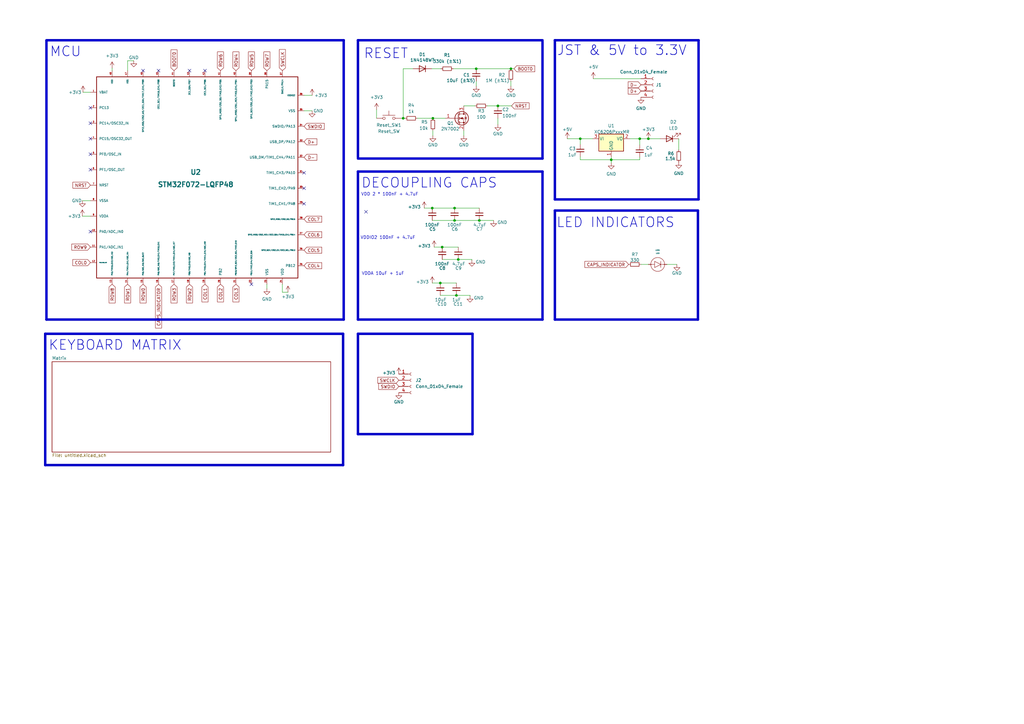
<source format=kicad_sch>
(kicad_sch (version 20231120) (generator "eeschema") (generator_version "8.0")
  (paper "A3")
  (lib_symbols
    (symbol "Connector:Conn_01x04_Female" (pin_names (offset 1.016) hide)
      (property "Reference" "J" (at 0 5.08 0))
      (property "Value" "Conn_01x04_Female" (at 0 -7.62 0))
      (symbol "Conn_01x04_Female_1_1"
        (arc (start 0 -4.572) (mid -0.5058 -5.08) (end 0 -5.588) (stroke (width 0.1524)))
        (arc (start 0 -2.032) (mid -0.5058 -2.54) (end 0 -3.048) (stroke (width 0.1524)))
        (polyline (pts (xy -1.27 -5.08) (xy -0.508 -5.08)) (stroke (width 0.1524)))
        (polyline (pts (xy -1.27 -2.54) (xy -0.508 -2.54)) (stroke (width 0.1524)))
        (polyline (pts (xy -1.27 0) (xy -0.508 0)) (stroke (width 0.1524)))
        (polyline (pts (xy -1.27 2.54) (xy -0.508 2.54)) (stroke (width 0.1524)))
        (arc (start 0 0.508) (mid -0.5058 0) (end 0 -0.508) (stroke (width 0.1524)))
        (arc (start 0 3.048) (mid -0.5058 2.54) (end 0 2.032) (stroke (width 0.1524)))
        (pin passive line (at -5.08 2.54 0) (length 3.81) (name "Pin_1") (number "1"))
        (pin passive line (at -5.08 0 0) (length 3.81) (name "Pin_2") (number "2"))
        (pin passive line (at -5.08 -2.54 0) (length 3.81) (name "Pin_3") (number "3"))
        (pin passive line (at -5.08 -5.08 0) (length 3.81) (name "Pin_4") (number "4"))
      )
    )
    (symbol "Device:C_Small" (pin_numbers hide) (pin_names (offset 0.254) hide)
      (property "Reference" "C" (at 0.254 1.778 0))
      (property "Value" "C_Small" (at 0.254 -2.032 0))
      (symbol "C_Small_0_1"
        (polyline (pts (xy -1.524 -0.508) (xy 1.524 -0.508)) (stroke (width 0.3302)))
        (polyline (pts (xy -1.524 0.508) (xy 1.524 0.508)) (stroke (width 0.3048)))
      )
      (symbol "C_Small_1_1"
        (pin passive line (at 0 2.54 270) (length 2.032) (name "~") (number "1"))
        (pin passive line (at 0 -2.54 90) (length 2.032) (name "~") (number "2"))
      )
    )
    (symbol "Device:LED" (pin_numbers hide) (pin_names (offset 1.016) hide)
      (property "Reference" "D" (at 0 2.54 0))
      (property "Value" "LED" (at 0 -2.54 0))
      (symbol "LED_0_1"
        (polyline (pts (xy -1.27 -1.27) (xy -1.27 1.27)) (stroke (width 0.254)))
        (polyline (pts (xy -1.27 0) (xy 1.27 0)))
        (polyline (pts (xy 1.27 -1.27) (xy 1.27 1.27) (xy -1.27 0) (xy 1.27 -1.27)) (stroke (width 0.254)))
        (polyline (pts (xy -3.048 -0.762) (xy -4.572 -2.286) (xy -3.81 -2.286) (xy -4.572 -2.286) (xy -4.572 -1.524)))
        (polyline (pts (xy -1.778 -0.762) (xy -3.302 -2.286) (xy -2.54 -2.286) (xy -3.302 -2.286) (xy -3.302 -1.524)))
      )
      (symbol "LED_1_1"
        (pin passive line (at -3.81 0 0) (length 2.54) (name "K") (number "1"))
        (pin passive line (at 3.81 0 180) (length 2.54) (name "A") (number "2"))
      )
    )
    (symbol "Device:R_Small" (pin_numbers hide) (pin_names (offset 0.254) hide)
      (property "Reference" "R" (at 0.762 0.508 0))
      (property "Value" "R_Small" (at 0.762 -1.016 0))
      (symbol "R_Small_0_1"
        (rectangle (start -0.762 1.778) (end 0.762 -1.778) (stroke (width 0.2032)))
      )
      (symbol "R_Small_1_1"
        (pin passive line (at 0 2.54 270) (length 0.762) (name "~") (number "1"))
        (pin passive line (at 0 -2.54 90) (length 0.762) (name "~") (number "2"))
      )
    )
    (symbol "Diode:1N4148WT" (pin_numbers hide) (pin_names (offset 1.016) hide)
      (property "Reference" "D" (at 0 2.54 0))
      (property "Value" "1N4148WT" (at 0 -2.54 0))
      (symbol "1N4148WT_0_1"
        (polyline (pts (xy -1.27 1.27) (xy -1.27 -1.27)) (stroke (width 0.254)))
        (polyline (pts (xy 1.27 0) (xy -1.27 0)))
        (polyline (pts (xy 1.27 1.27) (xy 1.27 -1.27) (xy -1.27 0) (xy 1.27 1.27)) (stroke (width 0.254)))
      )
      (symbol "1N4148WT_1_1"
        (pin passive line (at -3.81 0 0) (length 2.54) (name "K") (number "1"))
        (pin passive line (at 3.81 0 180) (length 2.54) (name "A") (number "2"))
      )
    )
    (symbol "Regulator_Linear:XC6206PxxxMR" (pin_names (offset 0.254))
      (property "Reference" "U" (at -3.81 3.175 0))
      (property "Value" "XC6206PxxxMR" (at 0 3.175 0))
      (symbol "XC6206PxxxMR_0_1"
        (rectangle (start -5.08 1.905) (end 5.08 -5.08) (stroke (width 0.254)) (fill (type background)))
      )
      (symbol "XC6206PxxxMR_1_1"
        (pin power_in line (at 0 -7.62 90) (length 2.54) (name "GND") (number "1"))
        (pin power_out line (at 7.62 0 180) (length 2.54) (name "VO") (number "2"))
        (pin power_in line (at -7.62 0 0) (length 2.54) (name "VI") (number "3"))
      )
    )
    (symbol "Switch:SW_Push" (pin_numbers hide) (pin_names (offset 1.016) hide)
      (property "Reference" "SW" (at 1.27 2.54 0))
      (property "Value" "SW_Push" (at 0 -1.524 0))
      (symbol "SW_Push_0_1"
        (circle (center -2.032 0) (radius 0.508))
        (polyline (pts (xy 0 1.27) (xy 0 3.048)))
        (polyline (pts (xy 2.54 1.27) (xy -2.54 1.27)))
        (circle (center 2.032 0) (radius 0.508))
        (pin passive line (at -5.08 0 0) (length 2.54) (name "1") (number "1"))
        (pin passive line (at 5.08 0 180) (length 2.54) (name "2") (number "2"))
      )
    )
    (symbol "Transistor_FET:2N7002" (pin_names hide)
      (property "Reference" "Q" (at 5.08 1.905 0))
      (property "Value" "2N7002" (at 5.08 0 0))
      (symbol "2N7002_0_1"
        (polyline (pts (xy 0.254 0) (xy -2.54 0)))
        (polyline (pts (xy 0.254 1.905) (xy 0.254 -1.905)) (stroke (width 0.254)))
        (polyline (pts (xy 0.762 -1.27) (xy 0.762 -2.286)) (stroke (width 0.254)))
        (polyline (pts (xy 0.762 0.508) (xy 0.762 -0.508)) (stroke (width 0.254)))
        (polyline (pts (xy 0.762 2.286) (xy 0.762 1.27)) (stroke (width 0.254)))
        (polyline (pts (xy 2.54 2.54) (xy 2.54 1.778)))
        (polyline (pts (xy 2.54 -2.54) (xy 2.54 0) (xy 0.762 0)))
        (polyline (pts (xy 0.762 -1.778) (xy 3.302 -1.778) (xy 3.302 1.778) (xy 0.762 1.778)))
        (polyline (pts (xy 1.016 0) (xy 2.032 0.381) (xy 2.032 -0.381) (xy 1.016 0)) (fill (type outline)))
        (polyline (pts (xy 2.794 0.508) (xy 2.921 0.381) (xy 3.683 0.381) (xy 3.81 0.254)))
        (polyline (pts (xy 3.302 0.381) (xy 2.921 -0.254) (xy 3.683 -0.254) (xy 3.302 0.381)))
        (circle (center 1.651 0) (radius 2.794) (stroke (width 0.254)))
        (circle (center 2.54 -1.778) (radius 0.254) (fill (type outline)))
        (circle (center 2.54 1.778) (radius 0.254) (fill (type outline)))
      )
      (symbol "2N7002_1_1"
        (pin input line (at -5.08 0 0) (length 2.54) (name "G") (number "1"))
        (pin passive line (at 2.54 -5.08 90) (length 2.54) (name "S") (number "2"))
        (pin passive line (at 2.54 5.08 270) (length 2.54) (name "D") (number "3"))
      )
    )
    (symbol "acheronSymbols:LED" (pin_names (offset 1.016))
      (property "Reference" "LED" (at 0 -3.81 0))
      (property "Value" "LED" (at 0 3.81 0))
      (symbol "LED_0_1"
        (polyline (pts (xy -2.54 0) (xy -3.81 0)))
        (polyline (pts (xy 1.27 0) (xy 2.54 0)))
        (polyline (pts (xy 1.27 1.27) (xy 1.27 -1.27)))
        (polyline (pts (xy 2.54 0) (xy 3.81 0)))
        (polyline (pts (xy -2.54 0) (xy -1.27 0) (xy -1.27 1.27) (xy -1.27 -1.27) (xy 1.27 0) (xy -1.27 1.27) (xy -1.27 0)))
        (circle (center 0 0) (radius 2.8448))
      )
      (symbol "LED_1_1"
        (pin input line (at -3.81 0 0) (length 1.27) (name "A") (number "A"))
        (pin output line (at 3.81 0 180) (length 1.27) (name "K") (number "K"))
      )
    )
    (symbol "acheronSymbols:STM32F072-LQFP48" (pin_names (offset 1.016))
      (property "Reference" "U" (at 0 1.27 0))
      (property "Value" "STM32F072-LQFP48" (at 0 -2.54 0))
      (symbol "STM32F072-LQFP48_0_1"
        (rectangle (start 41.91 41.91) (end -40.64 -40.64) (stroke (width 0.3048)))
      )
      (symbol "STM32F072-LQFP48_1_1"
        (pin power_in line (at -43.18 35.56 0) (length 2.54) (name "VBAT") (number "1"))
        (pin bidirectional line (at -43.18 -21.59 0) (length 2.54) (name "PA0/ADC_IN0") (number "10"))
        (pin bidirectional line (at -43.18 -27.94 0) (length 2.54) (name "PA1/ADC_IN1") (number "11"))
        (pin bidirectional line (at -43.18 -34.29 0) (length 2.54) (name "PA2/ADC_IN2") (number "12"))
        (pin bidirectional line (at -34.29 -43.18 90) (length 2.54) (name "PA3/TIM15_CH2/ADC_IN3") (number "13"))
        (pin bidirectional line (at -27.94 -43.18 90) (length 2.54) (name "PA4/TIM14_CH1/ADC_IN4") (number "14"))
        (pin bidirectional line (at -21.59 -43.18 90) (length 2.54) (name "PA5/ADC_IN5/DAC_OUT2") (number "15"))
        (pin bidirectional line (at -15.24 -43.18 90) (length 2.54) (name "PA6/ADC_IN6/TIM3_CH1/TIM16_CH1") (number "16"))
        (pin bidirectional line (at -8.89 -43.18 90) (length 2.54) (name "PA7/TIM3_CH2/TIM14_CH1/ADC_IN7") (number "17"))
        (pin bidirectional line (at -2.54 -43.18 90) (length 2.54) (name "PB0/TIM3_CH3/ADC_IN8") (number "18"))
        (pin bidirectional line (at 3.81 -43.18 90) (length 2.54) (name "PB1/TIM3_CH4/TIM14_CH1/ADC_IN9") (number "19"))
        (pin bidirectional line (at -43.18 29.21 0) (length 2.54) (name "PC13") (number "2"))
        (pin bidirectional line (at 10.16 -43.18 90) (length 2.54) (name "PB2") (number "20"))
        (pin bidirectional line (at 16.51 -43.18 90) (length 2.54) (name "PB10/SPI2_SCK/I2C2_SCL/TIM2_CH3") (number "21"))
        (pin bidirectional line (at 22.86 -43.18 90) (length 2.54) (name "PB11/TIM2_CH4/I2C2_SDA") (number "22"))
        (pin power_in line (at 29.21 -43.18 90) (length 2.54) (name "VSS") (number "23"))
        (pin power_in line (at 35.56 -43.18 90) (length 2.54) (name "VDD") (number "24"))
        (pin bidirectional line (at 44.45 -35.56 180) (length 2.54) (name "PB12") (number "25"))
        (pin bidirectional line (at 44.45 -29.21 180) (length 2.54) (name "SPI2_SCK/I2S2_CK/I2C2_SCL/PB13") (number "26"))
        (pin bidirectional line (at 44.45 -22.86 180) (length 2.54) (name "SPI2_MISO/I2S2_MCK/I2C2_SDA/TIM15_CH1/PB14") (number "27"))
        (pin bidirectional line (at 44.45 -16.51 180) (length 2.54) (name "SPI2_MOSI/I2S2_SD/PB15") (number "28"))
        (pin bidirectional line (at 44.45 -10.16 180) (length 2.54) (name "TIM1_CH1/PA8") (number "29"))
        (pin bidirectional line (at -43.18 22.86 0) (length 2.54) (name "PC14/OSC32_IN") (number "3"))
        (pin bidirectional line (at 44.45 -3.81 180) (length 2.54) (name "TIM1_CH2/PA9") (number "30"))
        (pin bidirectional line (at 44.45 2.54 180) (length 2.54) (name "TIM1_CH3/PA10") (number "31"))
        (pin bidirectional line (at 44.45 8.89 180) (length 2.54) (name "USB_DM/TIM1_CH4/PA11") (number "32"))
        (pin bidirectional line (at 44.45 15.24 180) (length 2.54) (name "USB_DP/PA12") (number "33"))
        (pin bidirectional line (at 44.45 21.59 180) (length 2.54) (name "SWDIO/PA13") (number "34"))
        (pin power_in line (at 44.45 27.94 180) (length 2.54) (name "VSS") (number "35"))
        (pin power_in line (at 44.45 34.29 180) (length 2.54) (name "VDDIO2") (number "36"))
        (pin bidirectional line (at 35.56 44.45 270) (length 2.54) (name "SWCLK/PA14") (number "37"))
        (pin bidirectional line (at 29.21 44.45 270) (length 2.54) (name "PA15") (number "38"))
        (pin bidirectional line (at 22.86 44.45 270) (length 2.54) (name "SPI1_SCK/I2S1_CK/TIM2_CH2/PB3") (number "39"))
        (pin bidirectional line (at -43.18 16.51 0) (length 2.54) (name "PC15/OSC32_OUT") (number "4"))
        (pin bidirectional line (at 16.51 44.45 270) (length 2.54) (name "SPI1_MISO/I2S1_MCK/TIM3_CH1/PB4") (number "40"))
        (pin bidirectional line (at 10.16 44.45 270) (length 2.54) (name "SPI1_MOSI/I2S1_SD/TIM3_CH2/PB5") (number "41"))
        (pin bidirectional line (at 3.81 44.45 270) (length 2.54) (name "I2C1_SCL/PB6") (number "42"))
        (pin bidirectional line (at -2.54 44.45 270) (length 2.54) (name "2C1_SDA/PB7") (number "43"))
        (pin output line (at -8.89 44.45 270) (length 2.54) (name "BOOT0") (number "44"))
        (pin bidirectional line (at -15.24 44.45 270) (length 2.54) (name "I2C1_SCL/TIM16_CH1/PB8") (number "45"))
        (pin input line (at -21.59 44.45 270) (length 2.54) (name "SPI2_NSS/I2S2_WS/I2C1_SDA/TIM17_CH1/PB9") (number "46"))
        (pin input line (at -27.94 44.45 270) (length 2.54) (name "VSS") (number "47"))
        (pin input line (at -34.29 44.45 270) (length 2.54) (name "VDD") (number "48"))
        (pin bidirectional line (at -43.18 10.16 0) (length 2.54) (name "PF0/OSC_IN") (number "5"))
        (pin bidirectional line (at -43.18 3.81 0) (length 2.54) (name "PF1/OSC_OUT") (number "6"))
        (pin input line (at -43.18 -2.54 0) (length 2.54) (name "NRST") (number "7"))
        (pin power_in line (at -43.18 -8.89 0) (length 2.54) (name "VSSA") (number "8"))
        (pin power_in line (at -43.18 -15.24 0) (length 2.54) (name "VDDA") (number "9"))
      )
    )
    (symbol "power:+3.3V" (power) (pin_names (offset 0))
      (property "Value" "+3.3V" (at 0 3.556 0))
      (symbol "+3.3V_0_1"
        (polyline (pts (xy -0.762 1.27) (xy 0 2.54)))
        (polyline (pts (xy 0 0) (xy 0 2.54)))
        (polyline (pts (xy 0 2.54) (xy 0.762 1.27)))
      )
      (symbol "+3.3V_1_1"
        (pin power_in line (at 0 0 90) (length 0) hide (name "+3V3") (number "1"))
      )
    )
    (symbol "power:+5V" (power) (pin_names (offset 0))
      (property "Value" "+5V" (at 0 3.556 0))
      (symbol "+5V_0_1"
        (polyline (pts (xy -0.762 1.27) (xy 0 2.54)))
        (polyline (pts (xy 0 0) (xy 0 2.54)))
        (polyline (pts (xy 0 2.54) (xy 0.762 1.27)))
      )
      (symbol "+5V_1_1"
        (pin power_in line (at 0 0 90) (length 0) hide (name "+5V") (number "1"))
      )
    )
    (symbol "power:GND" (power) (pin_names (offset 0))
      (property "Value" "GND" (at 0 -3.81 0))
      (symbol "GND_0_1"
        (polyline (pts (xy 0 0) (xy 0 -1.27) (xy 1.27 -1.27) (xy 0 -2.54) (xy -1.27 -1.27) (xy 0 -1.27)))
      )
      (symbol "GND_1_1"
        (pin power_in line (at 0 0 270) (length 0) hide (name "GND") (number "1"))
      )
    )
  )
  (junction (at 165.354 48.514))
  (junction (at 209.55 28.194))
  (junction (at 187.198 121.158))
  (junction (at 186.436 90.424))
  (junction (at 180.594 116.078))
  (junction (at 196.596 90.424))
  (junction (at 187.96 106.426))
  (junction (at 237.998 56.896))
  (junction (at 195.326 28.194))
  (junction (at 181.356 101.346))
  (junction (at 265.938 56.896))
  (junction (at 250.698 65.532))
  (junction (at 204.216 43.434))
  (junction (at 177.292 85.344))
  (junction (at 186.436 85.344))
  (junction (at 177.546 48.514))
  (junction (at 262.382 56.896))
  (no_connect (at 37.084 63.246))
  (no_connect (at 103.124 116.586))
  (no_connect (at 37.084 94.996))
  (no_connect (at 124.714 77.216))
  (no_connect (at 37.084 50.546))
  (no_connect (at 37.084 56.896))
  (no_connect (at 124.714 70.866))
  (no_connect (at 150.114 86.868))
  (no_connect (at 37.084 69.596))
  (no_connect (at 37.084 44.196))
  (no_connect (at 77.724 28.956))
  (no_connect (at 65.024 28.956))
  (no_connect (at 84.074 28.956))
  (no_connect (at 124.714 83.566))
  (no_connect (at 58.674 28.956))
  (wire (pts (xy 34.036 37.846) (xy 37.084 37.846)))
  (wire (pts (xy 109.474 116.586) (xy 109.474 118.364)))
  (wire (pts (xy 177.546 48.514) (xy 182.626 48.514)))
  (wire (pts (xy 192.786 121.158) (xy 192.786 121.412)))
  (polyline (pts (xy 227.584 131.064) (xy 286.258 131.064)) (stroke (width 1) (type solid)))
  (wire (pts (xy 177.292 85.344) (xy 186.436 85.344)))
  (polyline (pts (xy 227.584 81.788) (xy 286.512 81.788)) (stroke (width 1) (type solid)))
  (wire (pts (xy 237.998 65.532) (xy 250.698 65.532)))
  (polyline (pts (xy 227.584 131.064) (xy 227.584 86.36)) (stroke (width 1) (type solid)))
  (polyline (pts (xy 286.258 86.36) (xy 286.258 131.064)) (stroke (width 1) (type solid)))
  (polyline (pts (xy 19.05 131.064) (xy 140.97 131.064)) (stroke (width 1) (type solid)))
  (wire (pts (xy 164.592 48.514) (xy 165.354 48.514)))
  (wire (pts (xy 265.938 56.896) (xy 270.764 56.896)))
  (wire (pts (xy 186.436 90.424) (xy 196.596 90.424)))
  (polyline (pts (xy 193.802 136.906) (xy 146.812 136.906)) (stroke (width 1) (type solid)))
  (wire (pts (xy 250.698 65.532) (xy 262.382 65.532)))
  (polyline (pts (xy 222.504 70.358) (xy 222.504 131.064)) (stroke (width 1) (type solid)))
  (polyline (pts (xy 222.504 70.358) (xy 146.812 70.358)) (stroke (width 1) (type solid)))
  (wire (pts (xy 171.196 48.514) (xy 177.546 48.514)))
  (wire (pts (xy 124.714 39.116) (xy 128.016 39.116)))
  (polyline (pts (xy 140.716 136.906) (xy 140.716 190.754)) (stroke (width 1) (type solid)))
  (wire (pts (xy 262.89 108.458) (xy 265.938 108.458)))
  (polyline (pts (xy 146.812 65.024) (xy 222.504 65.024)) (stroke (width 1) (type solid)))
  (wire (pts (xy 209.55 28.194) (xy 210.82 28.194)))
  (wire (pts (xy 199.898 43.434) (xy 204.216 43.434)))
  (wire (pts (xy 243.332 32.258) (xy 262.89 32.258)))
  (wire (pts (xy 52.324 28.956) (xy 52.324 24.892)))
  (wire (pts (xy 187.198 121.158) (xy 192.786 121.158)))
  (wire (pts (xy 237.998 64.262) (xy 237.998 65.532)))
  (wire (pts (xy 33.782 88.646) (xy 37.084 88.646)))
  (polyline (pts (xy 18.542 190.754) (xy 140.716 190.754)) (stroke (width 1) (type solid)))
  (polyline (pts (xy 193.802 136.906) (xy 193.802 178.054)) (stroke (width 1) (type solid)))
  (polyline (pts (xy 140.97 131.064) (xy 140.97 16.51)) (stroke (width 1) (type solid)))
  (polyline (pts (xy 19.05 16.764) (xy 19.05 131.064)) (stroke (width 1) (type solid)))
  (wire (pts (xy 193.548 106.426) (xy 193.548 106.68)))
  (wire (pts (xy 180.594 116.078) (xy 187.198 116.078)))
  (wire (pts (xy 177.038 28.194) (xy 180.848 28.194)))
  (wire (pts (xy 195.326 33.274) (xy 195.326 35.306)))
  (wire (pts (xy 45.974 27.94) (xy 45.974 28.956)))
  (wire (pts (xy 187.96 106.426) (xy 193.548 106.426)))
  (polyline (pts (xy 286.512 16.51) (xy 227.584 16.51)) (stroke (width 1) (type solid)))
  (wire (pts (xy 186.436 85.344) (xy 196.596 85.344)))
  (wire (pts (xy 262.382 64.516) (xy 262.382 65.532)))
  (wire (pts (xy 195.326 28.194) (xy 209.55 28.194)))
  (wire (pts (xy 115.824 116.586) (xy 115.824 119.888)))
  (wire (pts (xy 209.55 33.274) (xy 209.55 35.306)))
  (wire (pts (xy 278.384 56.896) (xy 278.384 61.468)))
  (polyline (pts (xy 222.504 17.018) (xy 222.504 65.024)) (stroke (width 1) (type solid)))
  (polyline (pts (xy 286.512 16.51) (xy 286.512 81.788)) (stroke (width 1) (type solid)))
  (wire (pts (xy 196.596 90.424) (xy 202.438 90.424)))
  (wire (pts (xy 154.432 44.958) (xy 154.432 48.514)))
  (wire (pts (xy 181.356 101.346) (xy 187.96 101.346)))
  (wire (pts (xy 180.594 121.158) (xy 187.198 121.158)))
  (wire (pts (xy 190.246 53.594) (xy 190.246 55.626)))
  (wire (pts (xy 177.292 90.424) (xy 186.436 90.424)))
  (wire (pts (xy 169.418 28.194) (xy 165.354 28.194)))
  (wire (pts (xy 177.546 53.594) (xy 177.546 55.626)))
  (polyline (pts (xy 146.812 131.064) (xy 222.504 131.064)) (stroke (width 1) (type solid)))
  (wire (pts (xy 52.324 24.892) (xy 54.864 24.892)))
  (wire (pts (xy 115.824 119.888) (xy 118.11 119.888)))
  (wire (pts (xy 165.354 28.194) (xy 165.354 48.514)))
  (wire (pts (xy 33.782 82.296) (xy 37.084 82.296)))
  (wire (pts (xy 124.714 45.466) (xy 128.016 45.466)))
  (wire (pts (xy 190.246 43.434) (xy 194.818 43.434)))
  (wire (pts (xy 165.354 48.514) (xy 166.116 48.514)))
  (wire (pts (xy 185.928 28.194) (xy 195.326 28.194)))
  (polyline (pts (xy 146.812 178.054) (xy 146.812 136.906)) (stroke (width 1) (type solid)))
  (polyline (pts (xy 227.584 81.788) (xy 227.584 16.51)) (stroke (width 1) (type solid)))
  (wire (pts (xy 237.998 56.896) (xy 243.078 56.896)))
  (wire (pts (xy 262.382 56.896) (xy 265.938 56.896)))
  (wire (pts (xy 273.558 108.458) (xy 277.622 108.458)))
  (polyline (pts (xy 146.812 131.064) (xy 146.812 70.358)) (stroke (width 1) (type solid)))
  (polyline (pts (xy 222.504 16.51) (xy 146.812 16.51)) (stroke (width 1) (type solid)))
  (polyline (pts (xy 19.05 16.51) (xy 140.97 16.51)) (stroke (width 1) (type solid)))
  (polyline (pts (xy 286.258 86.36) (xy 227.584 86.36)) (stroke (width 1) (type solid)))
  (wire (pts (xy 237.998 59.182) (xy 237.998 56.896)))
  (wire (pts (xy 178.054 101.346) (xy 181.356 101.346)))
  (wire (pts (xy 181.356 106.426) (xy 187.96 106.426)))
  (wire (pts (xy 204.216 43.434) (xy 209.804 43.434)))
  (polyline (pts (xy 146.812 178.054) (xy 193.802 178.054)) (stroke (width 1) (type solid)))
  (wire (pts (xy 177.292 116.078) (xy 180.594 116.078)))
  (wire (pts (xy 204.216 48.514) (xy 204.216 51.054)))
  (wire (pts (xy 258.318 56.896) (xy 262.382 56.896)))
  (polyline (pts (xy 146.812 64.516) (xy 146.812 16.51)) (stroke (width 1) (type solid)))
  (polyline (pts (xy 140.716 136.906) (xy 18.542 136.906)) (stroke (width 1) (type solid)))
  (wire (pts (xy 250.698 65.532) (xy 250.698 66.802)))
  (wire (pts (xy 250.698 64.516) (xy 250.698 65.532)))
  (wire (pts (xy 173.99 85.344) (xy 177.292 85.344)))
  (polyline (pts (xy 18.542 190.754) (xy 18.542 136.906)) (stroke (width 1) (type solid)))
  (wire (pts (xy 262.382 56.896) (xy 262.382 59.436)))
  (wire (pts (xy 232.664 56.896) (xy 237.998 56.896)))
  (text "MCU" (at 20.32 23.622 0) (effects (font (size 4 4) (thickness 0.254) (bold yes)) (justify left bottom)))
  (text "KEYBOARD MATRIX\n" (at 19.812 144.018 0) (effects (font (size 4 4) (thickness 0.254) (bold yes)) (justify left bottom)))
  (text "VDD 2 * 100nF + 4.7uF\n" (at 148.082 80.518 0) (effects (font (size 1.27 1.27)) (justify left bottom)))
  (text "VDDIO2 100nF + 4.7uF\n" (at 147.828 98.298 0) (effects (font (size 1.27 1.27)) (justify left bottom)))
  (text "DECOUPLING CAPS\n" (at 148.082 77.47 0) (effects (font (size 4 4) (thickness 0.254) (bold yes)) (justify left bottom)))
  (text "JST & 5V to 3.3V\n" (at 228.346 23.114 0) (effects (font (size 4 4) (thickness 0.254) (bold yes)) (justify left bottom)))
  (text "LED INDICATORS\n" (at 228.092 93.726 0) (effects (font (size 4 4) (thickness 0.254) (bold yes)) (justify left bottom)))
  (text "VDDA 10uF + 1uF\n" (at 148.336 113.03 0) (effects (font (size 1.27 1.27)) (justify left bottom)))
  (text "RESET \n" (at 149.098 24.384 0) (effects (font (size 4 4) (thickness 0.254) (bold yes)) (justify left bottom)))
  (global_label "ROW6" (shape input) (at 90.424 28.956 90) (property "Intersheetrefs" "${INTERSHEET_REFS}" (effects (hide yes))))
  (global_label "COL3" (shape input) (at 96.774 116.586 270) (property "Intersheetrefs" "${INTERSHEET_REFS}" (effects (hide yes))))
  (global_label "NRST" (shape input) (at 209.804 43.434 0) (property "Intersheetrefs" "${INTERSHEET_REFS}" (effects (hide yes))))
  (global_label "ROW2" (shape input) (at 77.724 116.586 270) (property "Intersheetrefs" "${INTERSHEET_REFS}" (effects (hide yes))))
  (global_label "ROW8" (shape input) (at 45.974 116.586 270) (property "Intersheetrefs" "${INTERSHEET_REFS}" (effects (hide yes))))
  (global_label "D-" (shape input) (at 262.89 34.798 180) (property "Intersheetrefs" "${INTERSHEET_REFS}" (effects (hide yes))))
  (global_label "BOOT0" (shape input) (at 71.374 28.956 90) (property "Intersheetrefs" "${INTERSHEET_REFS}" (effects (hide yes))))
  (global_label "SWDIO" (shape input) (at 124.714 51.816 0) (property "Intersheetrefs" "${INTERSHEET_REFS}" (effects (hide yes))))
  (global_label "D+" (shape input) (at 262.89 37.338 180) (property "Intersheetrefs" "${INTERSHEET_REFS}" (effects (hide yes))))
  (global_label "COL6" (shape input) (at 124.714 96.266 0) (property "Intersheetrefs" "${INTERSHEET_REFS}" (effects (hide yes))))
  (global_label "ROW3" (shape input) (at 71.374 116.586 270) (property "Intersheetrefs" "${INTERSHEET_REFS}" (effects (hide yes))))
  (global_label "SWCLK" (shape input) (at 115.824 28.956 90) (property "Intersheetrefs" "${INTERSHEET_REFS}" (effects (hide yes))))
  (global_label "NRST" (shape input) (at 37.084 75.946 180) (property "Intersheetrefs" "${INTERSHEET_REFS}" (effects (hide yes))))
  (global_label "ROW1" (shape input) (at 52.324 116.586 270) (property "Intersheetrefs" "${INTERSHEET_REFS}" (effects (hide yes))))
  (global_label "COL1" (shape input) (at 84.074 116.586 270) (property "Intersheetrefs" "${INTERSHEET_REFS}" (effects (hide yes))))
  (global_label "COL4" (shape input) (at 124.714 108.966 0) (property "Intersheetrefs" "${INTERSHEET_REFS}" (effects (hide yes))))
  (global_label "ROW9" (shape input) (at 37.084 101.346 180) (property "Intersheetrefs" "${INTERSHEET_REFS}" (effects (hide yes))))
  (global_label "ROW4" (shape input) (at 96.774 28.956 90) (property "Intersheetrefs" "${INTERSHEET_REFS}" (effects (hide yes))))
  (global_label "ROW5" (shape input) (at 103.124 28.956 90) (property "Intersheetrefs" "${INTERSHEET_REFS}" (effects (hide yes))))
  (global_label "ROW0" (shape input) (at 58.674 116.586 270) (property "Intersheetrefs" "${INTERSHEET_REFS}" (effects (hide yes))))
  (global_label "ROW7" (shape input) (at 109.474 28.956 90) (property "Intersheetrefs" "${INTERSHEET_REFS}" (effects (hide yes))))
  (global_label "D+" (shape input) (at 124.714 58.166 0) (property "Intersheetrefs" "${INTERSHEET_REFS}" (effects (hide yes))))
  (global_label "CAPS_INDICATOR" (shape input) (at 257.81 108.458 180) (property "Intersheetrefs" "${INTERSHEET_REFS}" (effects (hide yes))))
  (global_label "COL5" (shape input) (at 124.714 102.616 0) (property "Intersheetrefs" "${INTERSHEET_REFS}" (effects (hide yes))))
  (global_label "D-" (shape input) (at 124.714 64.516 0) (property "Intersheetrefs" "${INTERSHEET_REFS}" (effects (hide yes))))
  (global_label "CAPS_INDICATOR" (shape input) (at 65.024 116.586 270) (property "Intersheetrefs" "${INTERSHEET_REFS}" (effects (hide yes))))
  (global_label "SWCLK" (shape input) (at 163.576 155.956 180) (property "Intersheetrefs" "${INTERSHEET_REFS}" (effects (hide yes))))
  (global_label "SWDIO" (shape input) (at 163.576 158.496 180) (property "Intersheetrefs" "${INTERSHEET_REFS}" (effects (hide yes))))
  (global_label "COL0" (shape input) (at 37.084 107.696 180) (property "Intersheetrefs" "${INTERSHEET_REFS}" (effects (hide yes))))
  (global_label "COL2" (shape input) (at 90.424 116.586 270) (property "Intersheetrefs" "${INTERSHEET_REFS}" (effects (hide yes))))
  (global_label "COL7" (shape input) (at 124.714 89.916 0) (property "Intersheetrefs" "${INTERSHEET_REFS}" (effects (hide yes))))
  (global_label "BOOT0" (shape input) (at 210.82 28.194 0) (property "Intersheetrefs" "${INTERSHEET_REFS}" (effects (hide yes))))
  (symbol (lib_id "Device:R_Small") (at 183.388 28.194 90) (unit 1)
    (property "Reference" "R1" (at 183.388 22.606 90))
    (property "Value" "330k (±%1)" (at 183.388 25.146 90))
    (property "Footprint" "Resistor_SMD:R_0603_1608Metric_Pad0.98x0.95mm_HandSolder" (effects (hide yes)))
  )
  (symbol (lib_id "Connector:Conn_01x04_Female") (at 267.97 34.798 0) (unit 1)
    (property "Reference" "J1" (at 268.986 34.7979 0) (effects (justify left)))
    (property "Value" "Conn_01x04_Female" (at 254.254 29.464 0) (effects (justify left)))
    (property "Footprint" "acheron_Connectors:SM04B-SRSS-TB(LF)(SN)" (effects (hide yes)))
  )
  (symbol (lib_id "power:+3.3V") (at 118.11 119.888 0) (unit 1)
    (property "Reference" "#PWR027" (effects (hide yes)))
    (property "Value" "+3V3" (at 118.11 121.666 0))
  )
  (symbol (lib_id "power:GND") (at 204.216 51.054 0) (unit 1)
    (property "Reference" "#PWR011" (effects (hide yes)))
    (property "Value" "GND" (at 204.216 54.864 0))
  )
  (symbol (lib_id "Device:R_Small") (at 278.384 64.008 0) (unit 1)
    (property "Reference" "R6" (at 273.812 62.992 0) (effects (justify left)))
    (property "Value" "1.5k" (at 272.796 65.024 0) (effects (justify left)))
    (property "Footprint" "Resistor_SMD:R_0603_1608Metric_Pad0.98x0.95mm_HandSolder" (effects (hide yes)))
  )
  (symbol (lib_id "power:+3.3V") (at 265.938 56.896 0) (unit 1)
    (property "Reference" "#PWR015" (effects (hide yes)))
    (property "Value" "+3V3" (at 265.938 53.086 0))
  )
  (symbol (lib_id "Device:R_Small") (at 209.55 30.734 180) (unit 1)
    (property "Reference" "R2" (at 204.47 30.734 0) (effects (justify right)))
    (property "Value" "1M (±%1)" (at 199.136 33.02 0) (effects (justify right)))
    (property "Footprint" "Resistor_SMD:R_0603_1608Metric_Pad0.98x0.95mm_HandSolder" (effects (hide yes)))
  )
  (symbol (lib_id "power:+3.3V") (at 45.974 27.94 0) (unit 1)
    (property "Reference" "#PWR02" (effects (hide yes)))
    (property "Value" "+3V3" (at 45.974 22.86 0))
  )
  (symbol (lib_id "power:+3.3V") (at 178.054 101.346 0) (unit 1)
    (property "Reference" "#PWR022" (effects (hide yes)))
    (property "Value" "+3V3" (at 173.99 100.838 0))
  )
  (symbol (lib_id "Device:C_Small") (at 195.326 30.734 0) (unit 1)
    (property "Reference" "C1" (at 189.992 30.734 0) (effects (justify left)))
    (property "Value" "10uF (±%5)" (at 183.134 33.02 0) (effects (justify left)))
    (property "Footprint" "acheron_Components:C_0805_2012Metric" (effects (hide yes)))
  )
  (symbol (lib_id "Device:C_Small") (at 186.436 87.884 0) (unit 1)
    (property "Reference" "C6" (at 185.166 93.98 0) (effects (justify left)))
    (property "Value" "100nF" (at 183.388 92.202 0) (effects (justify left)))
    (property "Footprint" "acheron_Components:C_0805_2012Metric" (effects (hide yes)))
  )
  (symbol (lib_id "power:+3.3V") (at 177.292 116.078 0) (unit 1)
    (property "Reference" "#PWR025" (effects (hide yes)))
    (property "Value" "+3V3" (at 173.228 115.57 0))
  )
  (symbol (lib_id "power:GND") (at 193.548 106.68 0) (unit 1)
    (property "Reference" "#PWR023" (effects (hide yes)))
    (property "Value" "GND" (at 197.104 107.442 0))
  )
  (symbol (lib_id "power:+3.3V") (at 128.016 39.116 0) (unit 1)
    (property "Reference" "#PWR07" (effects (hide yes)))
    (property "Value" "+3V3" (at 131.572 39.116 0))
  )
  (symbol (lib_id "power:GND") (at 190.246 55.626 0) (unit 1)
    (property "Reference" "#PWR013" (effects (hide yes)))
    (property "Value" "GND" (at 190.246 59.436 0))
  )
  (symbol (lib_id "power:GND") (at 262.89 39.878 0) (unit 1)
    (property "Reference" "#PWR08" (effects (hide yes)))
    (property "Value" "GND" (at 262.89 44.45 0))
  )
  (symbol (lib_id "Device:R_Small") (at 177.546 51.054 180) (unit 1)
    (property "Reference" "R5" (at 172.72 50.038 0) (effects (justify right)))
    (property "Value" "10k" (at 171.958 52.578 0) (effects (justify right)))
    (property "Footprint" "Resistor_SMD:R_0603_1608Metric_Pad0.98x0.95mm_HandSolder" (effects (hide yes)))
  )
  (symbol (lib_id "power:+5V") (at 232.664 56.896 0) (unit 1)
    (property "Reference" "#PWR014" (effects (hide yes)))
    (property "Value" "+5V" (at 232.664 53.086 0))
  )
  (symbol (lib_id "power:GND") (at 278.384 66.548 0) (unit 1)
    (property "Reference" "#PWR016" (effects (hide yes)))
    (property "Value" "GND" (at 278.384 71.12 0))
  )
  (symbol (lib_id "Device:C_Small") (at 262.382 61.976 0) (unit 1)
    (property "Reference" "C4" (at 264.922 60.706 0) (effects (justify left)))
    (property "Value" "1uF" (at 264.16 63.5 0) (effects (justify left)))
    (property "Footprint" "acheron_Components:C_0805_2012Metric" (effects (hide yes)))
  )
  (symbol (lib_id "Device:LED") (at 274.574 56.896 180) (unit 1)
    (property "Reference" "D2" (at 276.1615 50.038 0))
    (property "Value" "LED" (at 276.1615 52.578 0))
    (property "Footprint" "LED_SMD:LED_0805_2012Metric" (effects (hide yes)))
  )
  (symbol (lib_id "power:+3.3V") (at 34.036 37.846 0) (unit 1)
    (property "Reference" "#PWR06" (effects (hide yes)))
    (property "Value" "+3V3" (at 30.734 37.846 0))
  )
  (symbol (lib_id "Device:C_Small") (at 187.198 118.618 0) (unit 1)
    (property "Reference" "C11" (at 185.928 124.714 0) (effects (justify left)))
    (property "Value" "1uF" (at 185.42 122.936 0) (effects (justify left)))
    (property "Footprint" "acheron_Components:C_0805_2012Metric" (effects (hide yes)))
  )
  (symbol (lib_id "power:+5V") (at 243.332 32.258 0) (unit 1)
    (property "Reference" "#PWR03" (effects (hide yes)))
    (property "Value" "+5V" (at 243.332 27.432 0))
  )
  (symbol (lib_id "power:GND") (at 277.622 108.458 0) (unit 1)
    (property "Reference" "#PWR024" (effects (hide yes)))
    (property "Value" "GND" (at 277.622 112.014 0))
  )
  (symbol (lib_id "Device:C_Small") (at 196.596 87.884 0) (unit 1)
    (property "Reference" "C7" (at 195.326 93.98 0) (effects (justify left)))
    (property "Value" "4.7uF" (at 194.056 92.202 0) (effects (justify left)))
    (property "Footprint" "acheron_Components:C_0805_2012Metric" (effects (hide yes)))
  )
  (symbol (lib_id "Device:R_Small") (at 168.656 48.514 90) (unit 1)
    (property "Reference" "R4" (at 168.656 43.18 90))
    (property "Value" "1k" (at 168.656 45.72 90))
    (property "Footprint" "Resistor_SMD:R_0603_1608Metric_Pad0.98x0.95mm_HandSolder" (effects (hide yes)))
  )
  (symbol (lib_id "Device:R_Small") (at 260.35 108.458 270) (unit 1)
    (property "Reference" "R7" (at 260.35 104.394 90))
    (property "Value" "330" (at 260.35 106.68 90))
    (property "Footprint" "Resistor_SMD:R_0603_1608Metric_Pad0.98x0.95mm_HandSolder" (effects (hide yes)))
  )
  (symbol (lib_id "power:GND") (at 33.782 82.296 0) (unit 1)
    (property "Reference" "#PWR018" (effects (hide yes)))
    (property "Value" "GND" (at 31.496 82.296 0))
  )
  (symbol (lib_id "Connector:Conn_01x04_Female") (at 168.656 155.956 0) (unit 1)
    (property "Reference" "J2" (at 170.434 155.9559 0) (effects (justify left)))
    (property "Value" "Conn_01x04_Female" (at 170.434 158.4959 0) (effects (justify left)))
    (property "Footprint" "acheron_Connectors:PinHeader_1x4_P2.54mm_Vertical" (effects (hide yes)))
  )
  (symbol (lib_id "power:GND") (at 202.438 90.424 0) (unit 1)
    (property "Reference" "#PWR021" (effects (hide yes)))
    (property "Value" "GND" (at 205.994 91.186 0))
  )
  (symbol (lib_id "Device:R_Small") (at 197.358 43.434 90) (unit 1)
    (property "Reference" "R3" (at 197.358 45.466 90))
    (property "Value" "100" (at 197.358 48.006 90))
    (property "Footprint" "Resistor_SMD:R_0603_1608Metric_Pad0.98x0.95mm_HandSolder" (effects (hide yes)))
  )
  (symbol (lib_id "Transistor_FET:2N7002") (at 187.706 48.514 0) (unit 1)
    (property "Reference" "Q1" (at 183.388 50.546 0) (effects (justify left)))
    (property "Value" "2N7002" (at 180.848 52.832 0) (effects (justify left)))
    (property "Footprint" "Package_TO_SOT_SMD:SOT-23" (effects (hide yes)))
    (property "Datasheet" "https://www.onsemi.com/pub/Collateral/NDS7002A-D.PDF" (effects (hide yes)))
  )
  (symbol (lib_id "Device:C_Small") (at 181.356 103.886 0) (unit 1)
    (property "Reference" "C8" (at 180.086 109.982 0) (effects (justify left)))
    (property "Value" "100nF" (at 178.308 108.204 0) (effects (justify left)))
    (property "Footprint" "acheron_Components:C_0805_2012Metric" (effects (hide yes)))
  )
  (symbol (lib_id "Diode:1N4148WT") (at 173.228 28.194 180) (unit 1)
    (property "Reference" "D1" (at 173.228 22.352 0))
    (property "Value" "1N4148WT" (at 173.228 24.638 0))
    (property "Footprint" "Diode_SMD:D_SOD-523" (effects (hide yes)))
    (property "Datasheet" "https://www.diodes.com/assets/Datasheets/ds30396.pdf" (effects (hide yes)))
  )
  (symbol (lib_id "power:GND") (at 128.016 45.466 0) (unit 1)
    (property "Reference" "#PWR010" (effects (hide yes)))
    (property "Value" "GND" (at 130.556 45.466 0))
  )
  (symbol (lib_id "Device:C_Small") (at 187.96 103.886 0) (unit 1)
    (property "Reference" "C9" (at 186.69 109.982 0) (effects (justify left)))
    (property "Value" "4.7uF" (at 185.42 108.204 0) (effects (justify left)))
    (property "Footprint" "acheron_Components:C_0805_2012Metric" (effects (hide yes)))
  )
  (symbol (lib_id "Device:C_Small") (at 237.998 61.722 0) (unit 1)
    (property "Reference" "C3" (at 233.426 60.96 0) (effects (justify left)))
    (property "Value" "1uF" (at 232.918 63.5 0) (effects (justify left)))
    (property "Footprint" "acheron_Components:C_0805_2012Metric" (effects (hide yes)))
  )
  (symbol (lib_id "Switch:SW_Push") (at 159.512 48.514 0) (unit 1)
    (property "Reference" "Reset_SW1" (at 159.512 51.308 0))
    (property "Value" "Reset_SW" (at 159.512 53.848 0))
    (property "Footprint" "Button_Switch_SMD:SW_SPST_SKQG_WithStem" (effects (hide yes)))
  )
  (symbol (lib_id "power:GND") (at 109.474 118.364 0) (unit 1)
    (property "Reference" "#PWR026" (effects (hide yes)))
    (property "Value" "GND" (at 109.474 122.682 0))
  )
  (symbol (lib_id "acheronSymbols:STM32F072-LQFP48") (at 80.264 73.406 0) (unit 1)
    (property "Reference" "U2" (at 80.264 70.612 0) (effects (font (size 2.0066 2.0066) (bold yes))))
    (property "Value" "STM32F072-LQFP48" (at 80.264 75.692 0) (effects (font (size 2.0066 2.0066) (bold yes))))
    (property "Footprint" "acheron_Components:LQFP-48_7x7mm_P0.5mm" (effects (hide yes)))
  )
  (symbol (lib_id "power:GND") (at 54.864 24.892 0) (unit 1)
    (property "Reference" "#PWR01" (effects (hide yes)))
    (property "Value" "GND" (at 54.864 23.622 0))
  )
  (symbol (lib_id "Device:C_Small") (at 204.216 45.974 0) (unit 1)
    (property "Reference" "C2" (at 205.994 44.958 0) (effects (justify left)))
    (property "Value" "100nF" (at 205.994 47.498 0) (effects (justify left)))
    (property "Footprint" "acheron_Components:C_0805_2012Metric" (effects (hide yes)))
  )
  (symbol (lib_id "Device:C_Small") (at 180.594 118.618 0) (unit 1)
    (property "Reference" "C10" (at 179.324 124.714 0) (effects (justify left)))
    (property "Value" "10uF" (at 178.308 122.936 0) (effects (justify left)))
    (property "Footprint" "acheron_Components:C_0805_2012Metric" (effects (hide yes)))
  )
  (symbol (lib_id "power:GND") (at 177.546 55.626 0) (unit 1)
    (property "Reference" "#PWR012" (effects (hide yes)))
    (property "Value" "GND" (at 177.546 59.436 0))
  )
  (symbol (lib_id "acheronSymbols:LED") (at 269.748 108.458 0) (unit 1)
    (property "Reference" "LED1" (at 269.748 102.616 0) (effects (font (size 0.508 0.508))))
    (property "Value" "LED" (at 269.748 103.886 0) (effects (font (size 0.508 0.508))))
    (property "Footprint" "acheron_Components:LED_THT_2.54mm" (effects (hide yes)))
  )
  (symbol (lib_id "power:GND") (at 163.576 161.036 0) (unit 1)
    (property "Reference" "#PWR031" (effects (hide yes)))
    (property "Value" "GND" (at 163.576 164.846 0))
  )
  (symbol (lib_id "power:+3.3V") (at 33.782 88.646 0) (unit 1)
    (property "Reference" "#PWR020" (effects (hide yes)))
    (property "Value" "+3V3" (at 30.48 88.646 0))
  )
  (symbol (lib_id "power:+3.3V") (at 163.576 153.416 0) (unit 1)
    (property "Reference" "#PWR030" (effects (hide yes)))
    (property "Value" "+3V3" (at 159.512 152.908 0))
  )
  (symbol (lib_id "Regulator_Linear:XC6206PxxxMR") (at 250.698 56.896 0) (unit 1)
    (property "Reference" "U1" (at 250.698 51.562 0))
    (property "Value" "XC6206PxxxMR" (at 250.952 54.102 0))
    (property "Footprint" "Package_TO_SOT_SMD:SOT-23" (effects (hide yes)))
    (property "Datasheet" "https://www.torexsemi.com/file/xc6206/XC6206.pdf" (effects (hide yes)))
  )
  (symbol (lib_id "power:GND") (at 192.786 121.412 0) (unit 1)
    (property "Reference" "#PWR028" (effects (hide yes)))
    (property "Value" "GND" (at 196.342 122.174 0))
  )
  (symbol (lib_id "power:GND") (at 195.326 35.306 0) (unit 1)
    (property "Reference" "#PWR04" (effects (hide yes)))
    (property "Value" "GND" (at 195.326 39.116 0))
  )
  (symbol (lib_id "Device:C_Small") (at 177.292 87.884 0) (unit 1)
    (property "Reference" "C5" (at 176.022 93.98 0) (effects (justify left)))
    (property "Value" "100nF" (at 174.244 92.202 0) (effects (justify left)))
    (property "Footprint" "acheron_Components:C_0805_2012Metric" (effects (hide yes)))
  )
  (symbol (lib_id "power:GND") (at 250.698 66.802 0) (unit 1)
    (property "Reference" "#PWR017" (effects (hide yes)))
    (property "Value" "GND" (at 250.698 71.374 0))
  )
  (symbol (lib_id "power:+3.3V") (at 154.432 44.958 0) (unit 1)
    (property "Reference" "#PWR09" (effects (hide yes)))
    (property "Value" "+3V3" (at 154.432 39.878 0))
  )
  (symbol (lib_id "power:GND") (at 209.55 35.306 0) (unit 1)
    (property "Reference" "#PWR05" (effects (hide yes)))
    (property "Value" "GND" (at 209.55 39.116 0))
  )
  (symbol (lib_id "power:+3.3V") (at 173.99 85.344 0) (unit 1)
    (property "Reference" "#PWR019" (effects (hide yes)))
    (property "Value" "+3V3" (at 169.926 84.836 0))
  )
  (sheet (at 21.336 148.336) (size 114.3 37.084) (stroke (width 0.1524))
    (property "Sheetname" "Matrix" (at 21.336 147.6244 0) (effects (justify left bottom)))
    (property "Sheetfile" "untitled.kicad_sch" (at 21.336 186.0046 0) (effects (justify left top)))
  )
)
</source>
